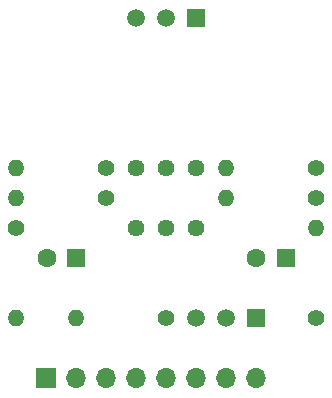
<source format=gtl>
%TF.GenerationSoftware,KiCad,Pcbnew,7.0.8*%
%TF.CreationDate,2023-11-30T20:00:48+00:00*%
%TF.ProjectId,thermo_module,74686572-6d6f-45f6-9d6f-64756c652e6b,rev?*%
%TF.SameCoordinates,Original*%
%TF.FileFunction,Copper,L1,Top*%
%TF.FilePolarity,Positive*%
%FSLAX46Y46*%
G04 Gerber Fmt 4.6, Leading zero omitted, Abs format (unit mm)*
G04 Created by KiCad (PCBNEW 7.0.8) date 2023-11-30 20:00:48*
%MOMM*%
%LPD*%
G01*
G04 APERTURE LIST*
%TA.AperFunction,ComponentPad*%
%ADD10C,1.400000*%
%TD*%
%TA.AperFunction,ComponentPad*%
%ADD11O,1.400000X1.400000*%
%TD*%
%TA.AperFunction,ComponentPad*%
%ADD12R,1.500000X1.500000*%
%TD*%
%TA.AperFunction,ComponentPad*%
%ADD13C,1.500000*%
%TD*%
%TA.AperFunction,ComponentPad*%
%ADD14R,1.600000X1.600000*%
%TD*%
%TA.AperFunction,ComponentPad*%
%ADD15C,1.600000*%
%TD*%
%TA.AperFunction,ComponentPad*%
%ADD16C,1.440000*%
%TD*%
%TA.AperFunction,ComponentPad*%
%ADD17R,1.700000X1.700000*%
%TD*%
%TA.AperFunction,ComponentPad*%
%ADD18O,1.700000X1.700000*%
%TD*%
G04 APERTURE END LIST*
D10*
%TO.P,R9,1*%
%TO.N,Net-(IC4-+V_{S})*%
X153987500Y-74295000D03*
D11*
%TO.P,R9,2*%
%TO.N,Net-(J5-Pin_3)*%
X146367500Y-74295000D03*
%TD*%
D12*
%TO.P,IC4,1,+V_{S}*%
%TO.N,Net-(IC4-+V_{S})*%
X156527500Y-48895000D03*
D13*
%TO.P,IC4,2,V_{OUT}*%
%TO.N,Net-(IC4-V_{OUT})*%
X153987500Y-48895000D03*
%TO.P,IC4,3,GND*%
%TO.N,Net-(IC3-A)*%
X151447500Y-48895000D03*
%TD*%
D10*
%TO.P,R10,1*%
%TO.N,Net-(IC3-K)*%
X166687500Y-64135000D03*
D11*
%TO.P,R10,2*%
%TO.N,Net-(R10-Pad2)*%
X159067500Y-64135000D03*
%TD*%
D10*
%TO.P,R12,1*%
%TO.N,Net-(IC3-K)*%
X166687500Y-61595000D03*
D11*
%TO.P,R12,2*%
%TO.N,Net-(R12-Pad2)*%
X159067500Y-61595000D03*
%TD*%
D14*
%TO.P,C11,1*%
%TO.N,Net-(J5-Pin_7)*%
X164107500Y-69215000D03*
D15*
%TO.P,C11,2*%
%TO.N,Net-(IC3-A)*%
X161607500Y-69215000D03*
%TD*%
D14*
%TO.P,C10,1*%
%TO.N,Net-(J5-Pin_1)*%
X146367500Y-69215000D03*
D15*
%TO.P,C10,2*%
%TO.N,Net-(IC3-A)*%
X143867500Y-69215000D03*
%TD*%
D10*
%TO.P,R11,1*%
%TO.N,Net-(R11-Pad1)*%
X148907500Y-64135000D03*
D11*
%TO.P,R11,2*%
%TO.N,Net-(IC3-A)*%
X141287500Y-64135000D03*
%TD*%
D16*
%TO.P,RV2,1,1*%
%TO.N,Net-(R12-Pad2)*%
X156527500Y-61595000D03*
%TO.P,RV2,2,2*%
%TO.N,Net-(J5-Pin_7)*%
X153987500Y-61595000D03*
%TO.P,RV2,3,3*%
%TO.N,Net-(R13-Pad1)*%
X151447500Y-61595000D03*
%TD*%
D10*
%TO.P,R13,1*%
%TO.N,Net-(R13-Pad1)*%
X148907500Y-61595000D03*
D11*
%TO.P,R13,2*%
%TO.N,Net-(IC3-A)*%
X141287500Y-61595000D03*
%TD*%
D10*
%TO.P,R7,1*%
%TO.N,Net-(IC4-V_{OUT})*%
X141287500Y-66675000D03*
D11*
%TO.P,R7,2*%
%TO.N,Net-(J5-Pin_2)*%
X141287500Y-74295000D03*
%TD*%
D12*
%TO.P,IC3,1*%
%TO.N,N/C*%
X161607500Y-74295000D03*
D13*
%TO.P,IC3,2,K*%
%TO.N,Net-(IC3-K)*%
X159067500Y-74295000D03*
%TO.P,IC3,3,A*%
%TO.N,Net-(IC3-A)*%
X156527500Y-74295000D03*
%TD*%
D16*
%TO.P,RV1,1,1*%
%TO.N,Net-(R10-Pad2)*%
X156527500Y-66675000D03*
%TO.P,RV1,2,2*%
%TO.N,Net-(J5-Pin_1)*%
X153987500Y-66675000D03*
%TO.P,RV1,3,3*%
%TO.N,Net-(R11-Pad1)*%
X151447500Y-66675000D03*
%TD*%
D10*
%TO.P,R8,1*%
%TO.N,Net-(IC4-+V_{S})*%
X166687500Y-74295000D03*
D11*
%TO.P,R8,2*%
%TO.N,Net-(IC3-K)*%
X166687500Y-66675000D03*
%TD*%
D17*
%TO.P,J5,1,Pin_1*%
%TO.N,Net-(J5-Pin_1)*%
X143827500Y-79375000D03*
D18*
%TO.P,J5,2,Pin_2*%
%TO.N,Net-(J5-Pin_2)*%
X146367500Y-79375000D03*
%TO.P,J5,3,Pin_3*%
%TO.N,Net-(J5-Pin_3)*%
X148907500Y-79375000D03*
%TO.P,J5,4,Pin_4*%
%TO.N,Net-(IC3-A)*%
X151447500Y-79375000D03*
%TO.P,J5,5,Pin_5*%
%TO.N,Net-(IC4-+V_{S})*%
X153987500Y-79375000D03*
%TO.P,J5,6,Pin_6*%
%TO.N,Net-(IC3-A)*%
X156527500Y-79375000D03*
%TO.P,J5,7,Pin_7*%
%TO.N,Net-(J5-Pin_7)*%
X159067500Y-79375000D03*
%TO.P,J5,8,Pin_8*%
%TO.N,unconnected-(J5-Pin_8-Pad8)*%
X161607500Y-79375000D03*
%TD*%
M02*

</source>
